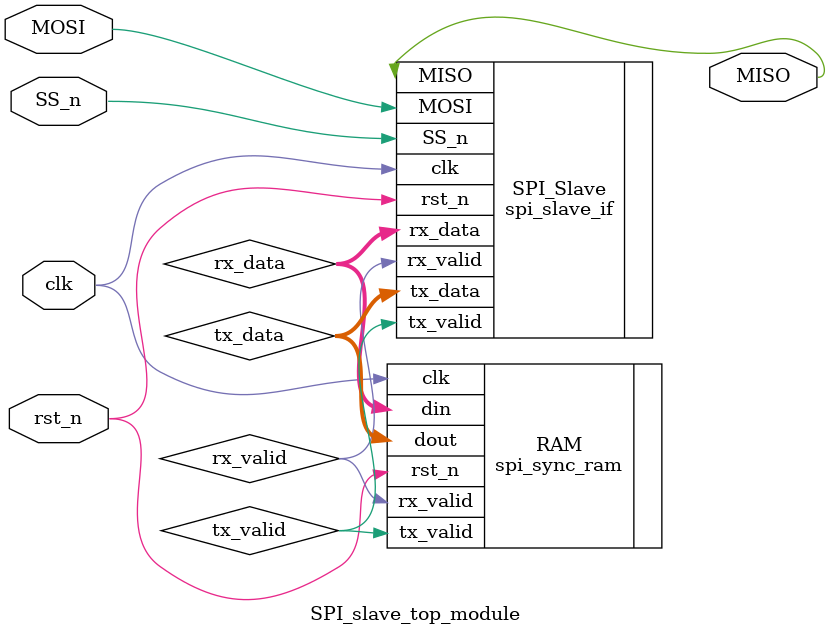
<source format=v>
module SPI_slave_top_module(
    input  MOSI,
    input  SS_n,
    input  clk,
    input  rst_n,
    output MISO
);
    wire [9:0] rx_data;
    wire [7:0] tx_data;
    wire rx_valid, tx_valid;
    // SPI_slave module
    spi_slave_if SPI_Slave(
        .MOSI(MOSI),
        .SS_n(SS_n),    
        .clk(clk),
        .rst_n(rst_n),
        .tx_data(tx_data),      
        .tx_valid(tx_valid),    
        .MISO(MISO),
        .rx_data(rx_data),      
        .rx_valid(rx_valid)     
    );
    // MEMORY module 
    spi_sync_ram RAM(
        .din(rx_data),
        .clk(clk),
        .rst_n(rst_n), 
        .rx_valid(rx_valid),
        .dout(tx_data),
        .tx_valid(tx_valid)
    );
endmodule
</source>
